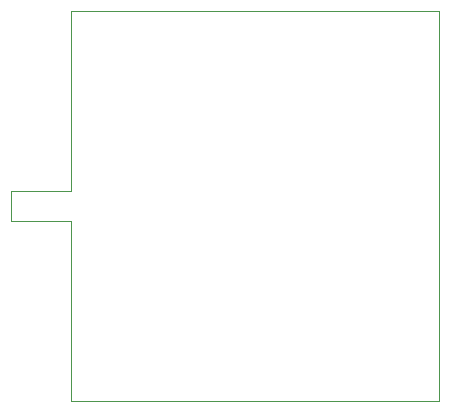
<source format=gbr>
G04 #@! TF.GenerationSoftware,KiCad,Pcbnew,(5.0.2)-1*
G04 #@! TF.CreationDate,2019-09-12T21:25:24+02:00*
G04 #@! TF.ProjectId,Jlink_power_supply,4a6c696e-6b5f-4706-9f77-65725f737570,rev?*
G04 #@! TF.SameCoordinates,Original*
G04 #@! TF.FileFunction,Profile,NP*
%FSLAX46Y46*%
G04 Gerber Fmt 4.6, Leading zero omitted, Abs format (unit mm)*
G04 Created by KiCad (PCBNEW (5.0.2)-1) date 2019-09-12 21:25:24*
%MOMM*%
%LPD*%
G01*
G04 APERTURE LIST*
%ADD10C,0.100000*%
G04 APERTURE END LIST*
D10*
X113030000Y-91440000D02*
X144145000Y-91440000D01*
X113030000Y-106680000D02*
X113030000Y-91440000D01*
X107950000Y-106680000D02*
X113030000Y-106680000D01*
X107950000Y-109220000D02*
X107950000Y-106680000D01*
X113030000Y-109220000D02*
X107950000Y-109220000D01*
X113030000Y-124460000D02*
X113030000Y-109220000D01*
X144145000Y-124460000D02*
X113030000Y-124460000D01*
X144145000Y-91440000D02*
X144145000Y-124460000D01*
M02*

</source>
